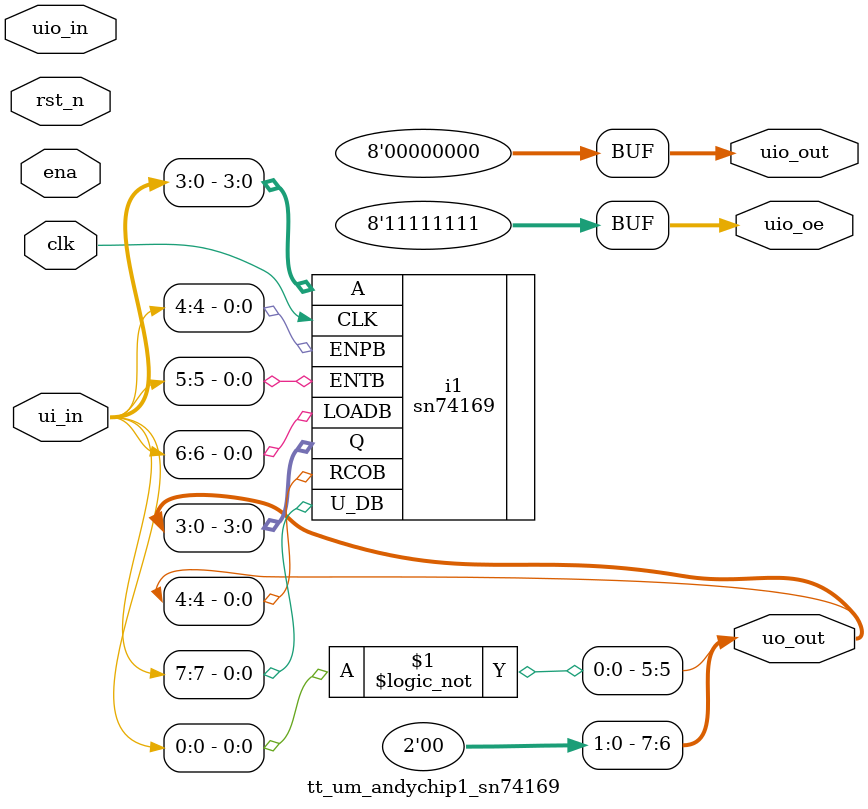
<source format=v>

/*
 * Copyright (c) 2024 Andrew Chen 
 * SPDX-License-Identifier: Apache-2.0
 */

`define default_netname none

module tt_um_andychip1_sn74169 (
    input  wire [7:0] ui_in,    // Dedicated inputs
    output wire [7:0] uo_out,   // Dedicated outputs
    input  wire [7:0] uio_in,   // IOs: Input path
    output wire [7:0] uio_out,  // IOs: Output path
    output wire [7:0] uio_oe,   // IOs: Enable path (active high: 0=input, 1=output)
    input  wire       ena,      // will go high when the design is enabled
    input  wire       clk,      // clock
    input  wire       rst_n     // reset_n - low to reset
);

  // All output pins must be assigned. If not used, assign to 0.
  assign uio_out = 0;
    assign uio_oe  = 8'b11111111;
  assign uo_out[7:6] = 2'b00;
  assign uo_out[5] = !ui_in[0];

sn74169 i1(.A(ui_in[3:0]),.CLK(clk),.ENPB(ui_in[4]),.ENTB(ui_in[5]),.LOADB(ui_in[6]),.Q(uo_out[3:0]),.RCOB(uo_out[4]),.U_DB(ui_in[7]));


endmodule

</source>
